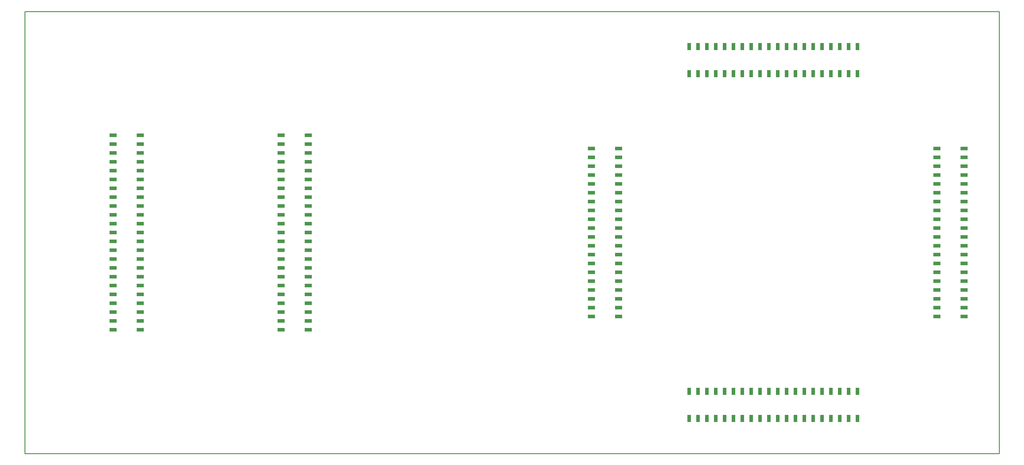
<source format=gbp>
G04 Layer_Color=128*
%FSLAX25Y25*%
%MOIN*%
G70*
G01*
G75*
%ADD16R,0.03937X0.07874*%
%ADD17R,0.07874X0.03937*%
%ADD21C,0.01000*%
D16*
X900000Y460354D02*
D03*
X920000D02*
D03*
X930000D02*
D03*
X940000D02*
D03*
X910000D02*
D03*
X860000D02*
D03*
X890000D02*
D03*
X880000D02*
D03*
X870000D02*
D03*
X850000D02*
D03*
X810000D02*
D03*
X840000D02*
D03*
X830000D02*
D03*
X820000D02*
D03*
X800000D02*
D03*
X760000D02*
D03*
X790000D02*
D03*
X780000D02*
D03*
X770000D02*
D03*
X750000D02*
D03*
Y429646D02*
D03*
X770000D02*
D03*
X780000D02*
D03*
X790000D02*
D03*
X760000D02*
D03*
X800000D02*
D03*
X820000D02*
D03*
X830000D02*
D03*
X840000D02*
D03*
X810000D02*
D03*
X850000D02*
D03*
X870000D02*
D03*
X880000D02*
D03*
X890000D02*
D03*
X860000D02*
D03*
X910000D02*
D03*
X940000D02*
D03*
X930000D02*
D03*
X920000D02*
D03*
X900000D02*
D03*
X790000Y39646D02*
D03*
X770000D02*
D03*
X760000D02*
D03*
X750000D02*
D03*
X780000D02*
D03*
X830000D02*
D03*
X800000D02*
D03*
X810000D02*
D03*
X820000D02*
D03*
X840000D02*
D03*
X880000D02*
D03*
X850000D02*
D03*
X860000D02*
D03*
X870000D02*
D03*
X890000D02*
D03*
X930000D02*
D03*
X900000D02*
D03*
X910000D02*
D03*
X920000D02*
D03*
X940000D02*
D03*
Y70354D02*
D03*
X920000D02*
D03*
X910000D02*
D03*
X900000D02*
D03*
X930000D02*
D03*
X890000D02*
D03*
X870000D02*
D03*
X860000D02*
D03*
X850000D02*
D03*
X880000D02*
D03*
X840000D02*
D03*
X820000D02*
D03*
X810000D02*
D03*
X800000D02*
D03*
X830000D02*
D03*
X780000D02*
D03*
X750000D02*
D03*
X760000D02*
D03*
X770000D02*
D03*
X790000D02*
D03*
D17*
X1029646Y305000D02*
D03*
Y325000D02*
D03*
Y335000D02*
D03*
Y345000D02*
D03*
Y315000D02*
D03*
Y265000D02*
D03*
Y295000D02*
D03*
Y285000D02*
D03*
Y275000D02*
D03*
Y255000D02*
D03*
Y215000D02*
D03*
Y245000D02*
D03*
Y235000D02*
D03*
Y225000D02*
D03*
Y205000D02*
D03*
Y165000D02*
D03*
Y195000D02*
D03*
Y185000D02*
D03*
Y175000D02*
D03*
Y155000D02*
D03*
X1060354D02*
D03*
Y175000D02*
D03*
Y185000D02*
D03*
Y195000D02*
D03*
Y165000D02*
D03*
Y205000D02*
D03*
Y225000D02*
D03*
Y235000D02*
D03*
Y245000D02*
D03*
Y215000D02*
D03*
Y255000D02*
D03*
Y275000D02*
D03*
Y285000D02*
D03*
Y295000D02*
D03*
Y265000D02*
D03*
Y315000D02*
D03*
Y345000D02*
D03*
Y335000D02*
D03*
Y325000D02*
D03*
Y305000D02*
D03*
X670354Y195000D02*
D03*
Y175000D02*
D03*
Y165000D02*
D03*
Y155000D02*
D03*
Y185000D02*
D03*
Y235000D02*
D03*
Y205000D02*
D03*
Y215000D02*
D03*
Y225000D02*
D03*
Y245000D02*
D03*
Y285000D02*
D03*
Y255000D02*
D03*
Y265000D02*
D03*
Y275000D02*
D03*
Y295000D02*
D03*
Y335000D02*
D03*
Y305000D02*
D03*
Y315000D02*
D03*
Y325000D02*
D03*
Y345000D02*
D03*
X639646D02*
D03*
Y325000D02*
D03*
Y315000D02*
D03*
Y305000D02*
D03*
Y335000D02*
D03*
Y295000D02*
D03*
Y275000D02*
D03*
Y265000D02*
D03*
Y255000D02*
D03*
Y285000D02*
D03*
Y245000D02*
D03*
Y225000D02*
D03*
Y215000D02*
D03*
Y205000D02*
D03*
Y235000D02*
D03*
Y185000D02*
D03*
Y155000D02*
D03*
Y165000D02*
D03*
Y175000D02*
D03*
Y195000D02*
D03*
X289291Y160000D02*
D03*
Y150000D02*
D03*
Y140000D02*
D03*
X320000D02*
D03*
Y150000D02*
D03*
Y160000D02*
D03*
X99583D02*
D03*
Y150000D02*
D03*
Y140000D02*
D03*
X130291Y160000D02*
D03*
X320000Y210000D02*
D03*
Y190000D02*
D03*
Y180000D02*
D03*
Y170000D02*
D03*
Y200000D02*
D03*
Y250000D02*
D03*
Y220000D02*
D03*
Y230000D02*
D03*
Y240000D02*
D03*
Y260000D02*
D03*
Y300000D02*
D03*
Y270000D02*
D03*
Y280000D02*
D03*
Y290000D02*
D03*
Y310000D02*
D03*
Y350000D02*
D03*
Y320000D02*
D03*
Y330000D02*
D03*
Y340000D02*
D03*
Y360000D02*
D03*
X289291D02*
D03*
Y340000D02*
D03*
Y330000D02*
D03*
Y320000D02*
D03*
Y350000D02*
D03*
Y310000D02*
D03*
Y290000D02*
D03*
Y280000D02*
D03*
Y270000D02*
D03*
Y300000D02*
D03*
Y260000D02*
D03*
Y240000D02*
D03*
Y230000D02*
D03*
Y220000D02*
D03*
Y250000D02*
D03*
Y200000D02*
D03*
Y170000D02*
D03*
Y180000D02*
D03*
Y190000D02*
D03*
Y210000D02*
D03*
X130291D02*
D03*
Y190000D02*
D03*
Y180000D02*
D03*
Y170000D02*
D03*
Y200000D02*
D03*
Y250000D02*
D03*
Y220000D02*
D03*
Y230000D02*
D03*
Y240000D02*
D03*
Y260000D02*
D03*
Y300000D02*
D03*
Y270000D02*
D03*
Y280000D02*
D03*
Y290000D02*
D03*
Y310000D02*
D03*
Y350000D02*
D03*
Y320000D02*
D03*
Y330000D02*
D03*
Y340000D02*
D03*
Y360000D02*
D03*
X99583D02*
D03*
Y340000D02*
D03*
Y330000D02*
D03*
Y320000D02*
D03*
Y350000D02*
D03*
Y310000D02*
D03*
Y290000D02*
D03*
Y280000D02*
D03*
Y270000D02*
D03*
Y300000D02*
D03*
Y260000D02*
D03*
Y240000D02*
D03*
Y230000D02*
D03*
Y220000D02*
D03*
Y250000D02*
D03*
Y200000D02*
D03*
Y170000D02*
D03*
Y180000D02*
D03*
Y190000D02*
D03*
Y210000D02*
D03*
X130291Y150000D02*
D03*
Y140000D02*
D03*
D21*
X0Y0D02*
Y500000D01*
X1100000D01*
Y0D02*
Y500000D01*
X0Y0D02*
X1100000D01*
M02*

</source>
